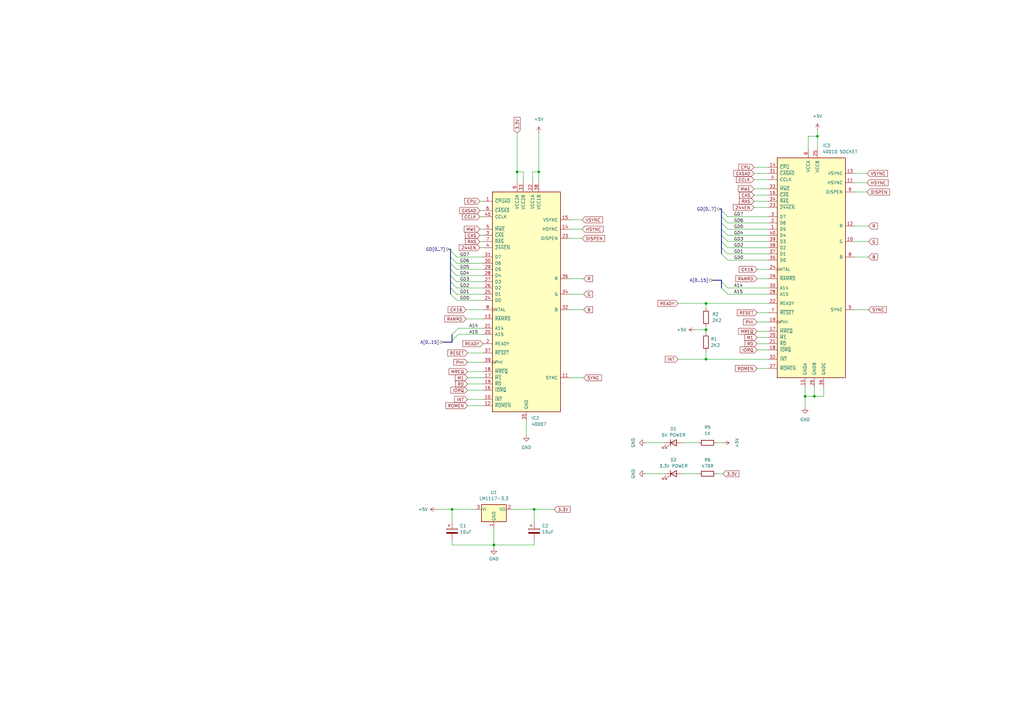
<source format=kicad_sch>
(kicad_sch (version 20211123) (generator eeschema)
  (paper "A3")
  (lib_symbols
    (symbol "Amstrad:40007" (pin_names (offset 1.016))
      (property "Reference" "U" (at -13.97 46.99 0))
      (property "Value" "40007" (at 7.62 46.99 0))
      (symbol "40007_0_1"
        (rectangle (start -13.97 45.72) (end 13.97 -44.45) (stroke (width 0.254)) (fill (type background)))
      )
      (symbol "40007_1_1"
        (pin output line (at -17.78 41.91 0) (length 3.81) (name "~{CPUAD}") (number "1"))
        (pin output line (at -17.78 -39.37 0) (length 3.81) (name "~{INT}") (number "10"))
        (pin output line (at 17.78 -30.48 180) (length 3.81) (name "SYNC") (number "11"))
        (pin output line (at -17.78 -41.91 0) (length 3.81) (name "~{ROMEN}") (number "12"))
        (pin output line (at -17.78 -6.35 0) (length 3.81) (name "~{RAMRD}") (number "13"))
        (pin output line (at 17.78 30.48 180) (length 3.81) (name "HSYNC") (number "14"))
        (pin output line (at 17.78 34.29 180) (length 3.81) (name "VSYNC") (number "15"))
        (pin input line (at -17.78 -35.56 0) (length 3.81) (name "~{IORQ}") (number "16"))
        (pin input line (at -17.78 -30.48 0) (length 3.81) (name "~{M1}") (number "17"))
        (pin input line (at -17.78 -27.94 0) (length 3.81) (name "~{MREQ}") (number "18"))
        (pin input line (at -17.78 -33.02 0) (length 3.81) (name "~{RD}") (number "19"))
        (pin output line (at -17.78 -16.51 0) (length 3.81) (name "READY") (number "2"))
        (pin input line (at -17.78 -12.7 0) (length 3.81) (name "A15") (number "20"))
        (pin input line (at -17.78 -10.16 0) (length 3.81) (name "A14") (number "21"))
        (pin power_in line (at 2.54 49.53 270) (length 3.81) (name "VCC1A") (number "22"))
        (pin output line (at 17.78 26.67 180) (length 3.81) (name "DISPEN") (number "23"))
        (pin bidirectional line (at -17.78 1.27 0) (length 3.81) (name "D0") (number "24"))
        (pin bidirectional line (at -17.78 3.81 0) (length 3.81) (name "D1") (number "25"))
        (pin bidirectional line (at -17.78 6.35 0) (length 3.81) (name "D2") (number "26"))
        (pin bidirectional line (at -17.78 8.89 0) (length 3.81) (name "D3") (number "27"))
        (pin bidirectional line (at -17.78 11.43 0) (length 3.81) (name "D4") (number "28"))
        (pin bidirectional line (at -17.78 13.97 0) (length 3.81) (name "D5") (number "29"))
        (pin output line (at -17.78 27.94 0) (length 3.81) (name "~{CAS}") (number "3"))
        (pin bidirectional line (at -17.78 16.51 0) (length 3.81) (name "D6") (number "30"))
        (pin bidirectional line (at -17.78 19.05 0) (length 3.81) (name "D7") (number "31"))
        (pin output line (at 17.78 -2.54 180) (length 3.81) (name "B") (number "32"))
        (pin power_in line (at -1.27 49.53 270) (length 3.81) (name "VCC2B") (number "33"))
        (pin output line (at 17.78 3.81 180) (length 3.81) (name "G") (number "34"))
        (pin power_in line (at 0 -48.26 90) (length 3.81) (name "GND") (number "35"))
        (pin output line (at 17.78 10.16 180) (length 3.81) (name "R") (number "36"))
        (pin input line (at -17.78 -20.32 0) (length 3.81) (name "~{RESET}") (number "37"))
        (pin power_in line (at 5.08 49.53 270) (length 3.81) (name "VCC1B") (number "38"))
        (pin output clock (at -17.78 -24.13 0) (length 3.81) (name "PHI") (number "39"))
        (pin output line (at -17.78 22.86 0) (length 3.81) (name "~{244EN}") (number "4"))
        (pin output line (at -17.78 35.56 0) (length 3.81) (name "CCLK") (number "40"))
        (pin output line (at -17.78 30.48 0) (length 3.81) (name "~{MWE}") (number "5"))
        (pin output line (at -17.78 38.1 0) (length 3.81) (name "~{CASAD}") (number "6"))
        (pin output line (at -17.78 25.4 0) (length 3.81) (name "~{RAS}") (number "7"))
        (pin input clock (at -17.78 -2.54 0) (length 3.81) (name "XTAL") (number "8"))
        (pin power_in line (at -3.81 49.53 270) (length 3.81) (name "VCC2A") (number "9"))
      )
    )
    (symbol "Amstrad:40010" (pin_names (offset 1.016))
      (property "Reference" "U" (at -13.97 46.99 0))
      (property "Value" "40010" (at 7.62 46.99 0))
      (symbol "40010_0_1"
        (rectangle (start -13.97 45.72) (end 13.97 -44.45) (stroke (width 0.254)) (fill (type background)))
      )
      (symbol "40010_1_1"
        (pin bidirectional line (at -17.78 16.51 0) (length 3.81) (name "D5") (number "1"))
        (pin output line (at 17.78 11.43 180) (length 3.81) (name "G") (number "10"))
        (pin output line (at 17.78 35.56 180) (length 3.81) (name "HSYNC") (number "11"))
        (pin output line (at 17.78 17.78 180) (length 3.81) (name "R") (number "12"))
        (pin output line (at 17.78 39.37 180) (length 3.81) (name "VSYNC") (number "13"))
        (pin output line (at -17.78 41.91 0) (length 3.81) (name "~{CPU}") (number "14"))
        (pin power_in line (at -2.54 -48.26 90) (length 3.81) (name "GNDA") (number "15"))
        (pin output line (at -17.78 30.48 0) (length 3.81) (name "~{CAS}") (number "16"))
        (pin input line (at -17.78 -25.4 0) (length 3.81) (name "~{MREQ}") (number "17"))
        (pin input line (at -17.78 -33.02 0) (length 3.81) (name "~{IORQ}") (number "18"))
        (pin output clock (at -17.78 -21.59 0) (length 3.81) (name "PHI") (number "19"))
        (pin bidirectional line (at -17.78 19.05 0) (length 3.81) (name "D6") (number "2"))
        (pin input line (at -17.78 -27.94 0) (length 3.81) (name "~{M1}") (number "20"))
        (pin input line (at -17.78 -30.48 0) (length 3.81) (name "~{RD}") (number "21"))
        (pin output line (at -17.78 -13.97 0) (length 3.81) (name "READY") (number "22"))
        (pin output line (at -17.78 25.4 0) (length 3.81) (name "~{244EN}") (number "23"))
        (pin input clock (at -17.78 0 0) (length 3.81) (name "XTAL") (number "24"))
        (pin power_in line (at 2.54 49.53 270) (length 3.81) (name "VCCB") (number "25"))
        (pin power_in line (at 1.27 -48.26 90) (length 3.81) (name "GNDB") (number "26"))
        (pin output line (at -17.78 -40.64 0) (length 3.81) (name "~{ROMEN}") (number "27"))
        (pin input line (at -17.78 -10.16 0) (length 3.81) (name "A15") (number "28"))
        (pin output line (at -17.78 -3.81 0) (length 3.81) (name "~{RAMRD}") (number "29"))
        (pin bidirectional line (at -17.78 21.59 0) (length 3.81) (name "D7") (number "3"))
        (pin input line (at -17.78 -7.62 0) (length 3.81) (name "A14") (number "30"))
        (pin output line (at -17.78 39.37 0) (length 3.81) (name "~{CASAD}") (number "31"))
        (pin output line (at -17.78 -36.83 0) (length 3.81) (name "~{INT}") (number "32"))
        (pin output line (at -17.78 33.02 0) (length 3.81) (name "~{MWE}") (number "33"))
        (pin output line (at -17.78 27.94 0) (length 3.81) (name "~{RAS}") (number "34"))
        (pin bidirectional line (at -17.78 3.81 0) (length 3.81) (name "D0") (number "35"))
        (pin power_in line (at 5.08 -48.26 90) (length 3.81) (name "GNDC") (number "36"))
        (pin bidirectional line (at -17.78 6.35 0) (length 3.81) (name "D1") (number "37"))
        (pin bidirectional line (at -17.78 8.89 0) (length 3.81) (name "D2") (number "38"))
        (pin bidirectional line (at -17.78 11.43 0) (length 3.81) (name "D3") (number "39"))
        (pin output line (at -17.78 36.83 0) (length 3.81) (name "CCLK") (number "4"))
        (pin bidirectional line (at -17.78 13.97 0) (length 3.81) (name "D4") (number "40"))
        (pin output line (at 17.78 -16.51 180) (length 3.81) (name "SYNC") (number "5"))
        (pin power_in line (at -1.27 49.53 270) (length 3.81) (name "VCCA") (number "6"))
        (pin input line (at -17.78 -17.78 0) (length 3.81) (name "~{RESET}") (number "7"))
        (pin output line (at 17.78 5.08 180) (length 3.81) (name "B") (number "8"))
        (pin output line (at 17.78 31.75 180) (length 3.81) (name "DISPEN") (number "9"))
      )
    )
    (symbol "Device:C_Polarized" (pin_numbers hide) (pin_names (offset 0.254))
      (property "Reference" "C" (at 0.635 2.54 0))
      (property "Value" "C_Polarized" (at 0.635 -2.54 0))
      (symbol "C_Polarized_0_1"
        (rectangle (start -2.286 0.508) (end 2.286 1.016))
        (polyline (pts (xy -1.778 2.286) (xy -0.762 2.286)))
        (polyline (pts (xy -1.27 2.794) (xy -1.27 1.778)))
        (rectangle (start 2.286 -0.508) (end -2.286 -1.016) (fill (type outline)))
      )
      (symbol "C_Polarized_1_1"
        (pin passive line (at 0 3.81 270) (length 2.794) (name "~") (number "1"))
        (pin passive line (at 0 -3.81 90) (length 2.794) (name "~") (number "2"))
      )
    )
    (symbol "Device:LED" (pin_numbers hide) (pin_names (offset 1.016) hide)
      (property "Reference" "D" (at 0 2.54 0))
      (property "Value" "LED" (at 0 -2.54 0))
      (symbol "LED_0_1"
        (polyline (pts (xy -1.27 -1.27) (xy -1.27 1.27)) (stroke (width 0.254)))
        (polyline (pts (xy -1.27 0) (xy 1.27 0)))
        (polyline (pts (xy 1.27 -1.27) (xy 1.27 1.27) (xy -1.27 0) (xy 1.27 -1.27)) (stroke (width 0.254)))
        (polyline (pts (xy -3.048 -0.762) (xy -4.572 -2.286) (xy -3.81 -2.286) (xy -4.572 -2.286) (xy -4.572 -1.524)))
        (polyline (pts (xy -1.778 -0.762) (xy -3.302 -2.286) (xy -2.54 -2.286) (xy -3.302 -2.286) (xy -3.302 -1.524)))
      )
      (symbol "LED_1_1"
        (pin passive line (at -3.81 0 0) (length 2.54) (name "K") (number "1"))
        (pin passive line (at 3.81 0 180) (length 2.54) (name "A") (number "2"))
      )
    )
    (symbol "Device:R" (pin_numbers hide) (pin_names (offset 0))
      (property "Reference" "R" (at 2.032 0 90))
      (property "Value" "R" (at 0 0 90))
      (symbol "R_0_1"
        (rectangle (start -1.016 -2.54) (end 1.016 2.54) (stroke (width 0.254)))
      )
      (symbol "R_1_1"
        (pin passive line (at 0 3.81 270) (length 1.27) (name "~") (number "1"))
        (pin passive line (at 0 -3.81 90) (length 1.27) (name "~") (number "2"))
      )
    )
    (symbol "Regulator_Linear:LM1117-3.3" (pin_names (offset 0.254))
      (property "Reference" "U" (at -3.81 3.175 0))
      (property "Value" "LM1117-3.3" (at 0 3.175 0))
      (symbol "LM1117-3.3_0_1"
        (rectangle (start -5.08 -5.08) (end 5.08 1.905) (stroke (width 0.254)) (fill (type background)))
      )
      (symbol "LM1117-3.3_1_1"
        (pin power_in line (at 0 -7.62 90) (length 2.54) (name "GND") (number "1"))
        (pin power_out line (at 7.62 0 180) (length 2.54) (name "VO") (number "2"))
        (pin power_in line (at -7.62 0 0) (length 2.54) (name "VI") (number "3"))
      )
    )
    (symbol "power:+5V" (power) (pin_names (offset 0))
      (property "Value" "+5V" (at 0 3.556 0))
      (symbol "+5V_0_1"
        (polyline (pts (xy -0.762 1.27) (xy 0 2.54)))
        (polyline (pts (xy 0 0) (xy 0 2.54)))
        (polyline (pts (xy 0 2.54) (xy 0.762 1.27)))
      )
      (symbol "+5V_1_1"
        (pin power_in line (at 0 0 90) (length 0) hide (name "+5V") (number "1"))
      )
    )
    (symbol "power:GND" (power) (pin_names (offset 0))
      (property "Value" "GND" (at 0 -3.81 0))
      (symbol "GND_0_1"
        (polyline (pts (xy 0 0) (xy 0 -1.27) (xy 1.27 -1.27) (xy 0 -2.54) (xy -1.27 -1.27) (xy 0 -1.27)))
      )
      (symbol "GND_1_1"
        (pin power_in line (at 0 0 270) (length 0) hide (name "GND") (number "1"))
      )
    )
  )
  (junction (at 334.01 162.56))
  (junction (at 219.075 208.915))
  (junction (at 289.56 124.46))
  (junction (at 335.28 55.88))
  (junction (at 289.56 135.255))
  (junction (at 330.2 162.56))
  (junction (at 202.565 223.52))
  (junction (at 220.98 70.485))
  (junction (at 185.42 208.915))
  (junction (at 289.56 147.32))
  (junction (at 212.09 70.485))
  (bus_entry (at 187.325 120.65) (size -2.54 -2.54))
  (bus_entry (at 187.325 105.41) (size -2.54 -2.54))
  (bus_entry (at 295.91 115.57) (size 2.54 2.54))
  (bus_entry (at 298.45 99.06) (size -2.54 -2.54))
  (bus_entry (at 298.45 91.44) (size -2.54 -2.54))
  (bus_entry (at 187.325 110.49) (size -2.54 -2.54))
  (bus_entry (at 298.45 88.9) (size -2.54 -2.54))
  (bus_entry (at 187.325 113.03) (size -2.54 -2.54))
  (bus_entry (at 298.45 106.68) (size -2.54 -2.54))
  (bus_entry (at 185.42 137.16) (size 2.54 -2.54))
  (bus_entry (at 298.45 101.6) (size -2.54 -2.54))
  (bus_entry (at 187.325 123.19) (size -2.54 -2.54))
  (bus_entry (at 187.325 107.95) (size -2.54 -2.54))
  (bus_entry (at 187.325 118.11) (size -2.54 -2.54))
  (bus_entry (at 298.45 104.14) (size -2.54 -2.54))
  (bus_entry (at 298.45 96.52) (size -2.54 -2.54))
  (bus_entry (at 295.91 118.11) (size 2.54 2.54))
  (bus_entry (at 185.42 139.7) (size 2.54 -2.54))
  (bus_entry (at 187.325 115.57) (size -2.54 -2.54))
  (bus_entry (at 298.45 93.98) (size -2.54 -2.54))
  (wire (pts (xy 310.515 143.51) (xy 314.96 143.51)))
  (wire (pts (xy 309.245 77.47) (xy 314.96 77.47)))
  (wire (pts (xy 350.52 105.41) (xy 356.235 105.41)))
  (wire (pts (xy 350.52 92.71) (xy 356.235 92.71)))
  (bus (pts (xy 184.785 113.03) (xy 184.785 115.57)))
  (wire (pts (xy 335.28 55.88) (xy 335.28 60.96)))
  (wire (pts (xy 298.45 104.14) (xy 314.96 104.14)))
  (wire (pts (xy 298.45 101.6) (xy 314.96 101.6)))
  (bus (pts (xy 295.91 114.935) (xy 295.91 115.57)))
  (wire (pts (xy 202.565 216.535) (xy 202.565 223.52)))
  (wire (pts (xy 191.77 154.94) (xy 198.12 154.94)))
  (bus (pts (xy 295.91 101.6) (xy 295.91 104.14)))
  (wire (pts (xy 337.82 162.56) (xy 334.01 162.56)))
  (wire (pts (xy 218.44 70.485) (xy 220.98 70.485)))
  (wire (pts (xy 331.47 55.88) (xy 335.28 55.88)))
  (wire (pts (xy 264.795 194.31) (xy 272.415 194.31)))
  (wire (pts (xy 220.98 54.61) (xy 220.98 70.485)))
  (bus (pts (xy 295.91 115.57) (xy 295.91 118.11)))
  (bus (pts (xy 295.91 85.725) (xy 295.91 86.36)))
  (wire (pts (xy 185.42 221.615) (xy 185.42 223.52)))
  (wire (pts (xy 310.515 114.3) (xy 314.96 114.3)))
  (wire (pts (xy 285.115 135.255) (xy 289.56 135.255)))
  (wire (pts (xy 309.245 73.66) (xy 314.96 73.66)))
  (wire (pts (xy 187.325 118.11) (xy 198.12 118.11)))
  (wire (pts (xy 350.52 99.06) (xy 356.235 99.06)))
  (wire (pts (xy 337.82 158.75) (xy 337.82 162.56)))
  (wire (pts (xy 309.245 68.58) (xy 314.96 68.58)))
  (wire (pts (xy 196.85 82.55) (xy 198.12 82.55)))
  (wire (pts (xy 187.325 115.57) (xy 198.12 115.57)))
  (wire (pts (xy 298.45 106.68) (xy 314.96 106.68)))
  (wire (pts (xy 191.77 160.02) (xy 198.12 160.02)))
  (wire (pts (xy 187.96 137.16) (xy 198.12 137.16)))
  (wire (pts (xy 310.515 135.89) (xy 314.96 135.89)))
  (wire (pts (xy 187.325 123.19) (xy 198.12 123.19)))
  (wire (pts (xy 185.42 208.915) (xy 194.945 208.915)))
  (wire (pts (xy 185.42 223.52) (xy 202.565 223.52)))
  (wire (pts (xy 330.2 158.75) (xy 330.2 162.56)))
  (bus (pts (xy 185.42 137.16) (xy 185.42 139.7)))
  (bus (pts (xy 295.91 88.9) (xy 295.91 91.44)))
  (wire (pts (xy 310.515 110.49) (xy 314.96 110.49)))
  (wire (pts (xy 335.28 53.34) (xy 335.28 55.88)))
  (wire (pts (xy 233.68 120.65) (xy 239.395 120.65)))
  (wire (pts (xy 350.52 74.93) (xy 355.6 74.93)))
  (wire (pts (xy 191.77 152.4) (xy 198.12 152.4)))
  (wire (pts (xy 296.545 181.61) (xy 294.005 181.61)))
  (wire (pts (xy 330.2 162.56) (xy 330.2 167.005)))
  (wire (pts (xy 233.68 93.98) (xy 238.76 93.98)))
  (wire (pts (xy 280.035 181.61) (xy 286.385 181.61)))
  (wire (pts (xy 298.45 91.44) (xy 314.96 91.44)))
  (wire (pts (xy 309.245 80.01) (xy 314.96 80.01)))
  (wire (pts (xy 310.515 132.08) (xy 314.96 132.08)))
  (wire (pts (xy 191.77 148.59) (xy 198.12 148.59)))
  (wire (pts (xy 187.325 110.49) (xy 198.12 110.49)))
  (wire (pts (xy 233.68 114.3) (xy 239.395 114.3)))
  (wire (pts (xy 298.45 118.11) (xy 314.96 118.11)))
  (bus (pts (xy 184.785 118.11) (xy 184.785 120.65)))
  (wire (pts (xy 280.035 194.31) (xy 286.385 194.31)))
  (wire (pts (xy 212.09 54.61) (xy 212.09 70.485)))
  (wire (pts (xy 233.68 154.94) (xy 239.395 154.94)))
  (wire (pts (xy 214.63 74.93) (xy 214.63 70.485)))
  (wire (pts (xy 350.52 127) (xy 356.235 127)))
  (bus (pts (xy 295.91 96.52) (xy 295.91 99.06)))
  (wire (pts (xy 196.85 86.36) (xy 198.12 86.36)))
  (bus (pts (xy 295.91 86.36) (xy 295.91 88.9)))
  (wire (pts (xy 298.45 93.98) (xy 314.96 93.98)))
  (wire (pts (xy 185.42 208.915) (xy 185.42 213.995)))
  (wire (pts (xy 218.44 74.93) (xy 218.44 70.485)))
  (wire (pts (xy 233.68 90.17) (xy 238.76 90.17)))
  (bus (pts (xy 185.42 139.7) (xy 185.42 140.335)))
  (bus (pts (xy 184.785 105.41) (xy 184.785 107.95)))
  (bus (pts (xy 184.785 110.49) (xy 184.785 113.03)))
  (wire (pts (xy 191.77 166.37) (xy 198.12 166.37)))
  (wire (pts (xy 294.005 194.31) (xy 296.545 194.31)))
  (wire (pts (xy 309.245 85.09) (xy 314.96 85.09)))
  (wire (pts (xy 191.135 127) (xy 198.12 127)))
  (wire (pts (xy 298.45 99.06) (xy 314.96 99.06)))
  (wire (pts (xy 289.56 124.46) (xy 314.96 124.46)))
  (wire (pts (xy 289.56 124.46) (xy 289.56 126.365)))
  (bus (pts (xy 295.275 85.725) (xy 295.91 85.725)))
  (wire (pts (xy 289.56 147.32) (xy 314.96 147.32)))
  (wire (pts (xy 309.245 82.55) (xy 314.96 82.55)))
  (wire (pts (xy 196.85 96.52) (xy 198.12 96.52)))
  (wire (pts (xy 220.98 70.485) (xy 220.98 74.93)))
  (wire (pts (xy 179.07 208.915) (xy 185.42 208.915)))
  (wire (pts (xy 278.13 147.32) (xy 289.56 147.32)))
  (wire (pts (xy 196.85 88.9) (xy 198.12 88.9)))
  (bus (pts (xy 295.91 93.98) (xy 295.91 96.52)))
  (wire (pts (xy 187.325 105.41) (xy 198.12 105.41)))
  (wire (pts (xy 214.63 70.485) (xy 212.09 70.485)))
  (bus (pts (xy 295.91 99.06) (xy 295.91 101.6)))
  (wire (pts (xy 187.325 120.65) (xy 198.12 120.65)))
  (wire (pts (xy 298.45 88.9) (xy 314.96 88.9)))
  (wire (pts (xy 187.96 134.62) (xy 198.12 134.62)))
  (wire (pts (xy 196.85 101.6) (xy 198.12 101.6)))
  (wire (pts (xy 219.075 223.52) (xy 202.565 223.52)))
  (bus (pts (xy 184.785 102.87) (xy 184.785 105.41)))
  (wire (pts (xy 334.01 158.75) (xy 334.01 162.56)))
  (bus (pts (xy 184.15 102.235) (xy 184.785 102.235)))
  (wire (pts (xy 310.515 138.43) (xy 314.96 138.43)))
  (wire (pts (xy 210.185 208.915) (xy 219.075 208.915)))
  (wire (pts (xy 298.45 96.52) (xy 314.96 96.52)))
  (wire (pts (xy 233.68 127) (xy 239.395 127)))
  (wire (pts (xy 233.68 97.79) (xy 238.76 97.79)))
  (wire (pts (xy 289.56 135.255) (xy 289.56 136.525)))
  (wire (pts (xy 350.52 78.74) (xy 355.6 78.74)))
  (wire (pts (xy 298.45 120.65) (xy 314.96 120.65)))
  (bus (pts (xy 181.61 140.335) (xy 185.42 140.335)))
  (wire (pts (xy 309.245 71.12) (xy 314.96 71.12)))
  (wire (pts (xy 289.56 133.985) (xy 289.56 135.255)))
  (bus (pts (xy 184.785 115.57) (xy 184.785 118.11)))
  (wire (pts (xy 310.515 140.97) (xy 314.96 140.97)))
  (bus (pts (xy 184.785 107.95) (xy 184.785 110.49)))
  (wire (pts (xy 219.075 221.615) (xy 219.075 223.52)))
  (wire (pts (xy 187.325 113.03) (xy 198.12 113.03)))
  (wire (pts (xy 191.135 130.81) (xy 198.12 130.81)))
  (bus (pts (xy 184.785 102.235) (xy 184.785 102.87)))
  (wire (pts (xy 310.515 128.27) (xy 314.96 128.27)))
  (wire (pts (xy 191.77 163.83) (xy 198.12 163.83)))
  (wire (pts (xy 331.47 60.96) (xy 331.47 55.88)))
  (wire (pts (xy 310.515 151.13) (xy 314.96 151.13)))
  (wire (pts (xy 215.9 172.72) (xy 215.9 178.435)))
  (wire (pts (xy 212.09 70.485) (xy 212.09 74.93)))
  (wire (pts (xy 278.13 124.46) (xy 289.56 124.46)))
  (bus (pts (xy 292.1 114.935) (xy 295.91 114.935)))
  (wire (pts (xy 289.56 144.145) (xy 289.56 147.32)))
  (wire (pts (xy 350.52 71.12) (xy 355.6 71.12)))
  (wire (pts (xy 187.325 107.95) (xy 198.12 107.95)))
  (wire (pts (xy 202.565 223.52) (xy 202.565 224.79)))
  (wire (pts (xy 219.075 208.915) (xy 219.075 213.995)))
  (wire (pts (xy 191.77 144.78) (xy 198.12 144.78)))
  (wire (pts (xy 264.795 181.61) (xy 272.415 181.61)))
  (wire (pts (xy 196.85 99.06) (xy 198.12 99.06)))
  (wire (pts (xy 191.77 157.48) (xy 198.12 157.48)))
  (wire (pts (xy 219.075 208.915) (xy 227.33 208.915)))
  (wire (pts (xy 334.01 162.56) (xy 330.2 162.56)))
  (bus (pts (xy 295.91 91.44) (xy 295.91 93.98)))
  (wire (pts (xy 196.85 93.98) (xy 198.12 93.98)))
  (label "GD0" (at 300.99 106.68 0))
  (label "GD3" (at 188.595 115.57 0))
  (label "A14" (at 300.99 118.11 0))
  (label "GD1" (at 300.99 104.14 0))
  (label "GD0" (at 188.595 123.19 0))
  (label "A15" (at 192.405 137.16 0))
  (label "GD1" (at 188.595 120.65 0))
  (label "GD6" (at 300.99 91.44 0))
  (label "GD7" (at 188.595 105.41 0))
  (label "A14" (at 192.405 134.62 0))
  (label "GD5" (at 300.99 93.98 0))
  (label "GD4" (at 300.99 96.52 0))
  (label "GD5" (at 188.595 110.49 0))
  (label "GD2" (at 300.99 101.6 0))
  (label "GD3" (at 300.99 99.06 0))
  (label "GD7" (at 300.99 88.9 0))
  (label "A15" (at 300.99 120.65 0))
  (label "GD4" (at 188.595 113.03 0))
  (label "GD2" (at 188.595 118.11 0))
  (label "GD6" (at 188.595 107.95 0))
  (global_label "IORQ" (shape input) (at 191.77 160.02 180) (property "Intersheet References" "${INTERSHEET_REFS}" (effects hide)))
  (global_label "PHI" (shape input) (at 310.515 132.08 180) (property "Intersheet References" "${INTERSHEET_REFS}" (effects hide)))
  (global_label "MWE" (shape input) (at 196.85 93.98 180) (property "Intersheet References" "${INTERSHEET_REFS}" (effects hide)))
  (global_label "G" (shape input) (at 356.235 99.06 0) (property "Intersheet References" "${INTERSHEET_REFS}" (effects hide)))
  (global_label "R" (shape input) (at 356.235 92.71 0) (property "Intersheet References" "${INTERSHEET_REFS}" (effects hide)))
  (global_label "SYNC" (shape input) (at 356.235 127 0) (property "Intersheet References" "${INTERSHEET_REFS}" (effects hide)))
  (global_label "RD" (shape input) (at 191.77 157.48 180) (property "Intersheet References" "${INTERSHEET_REFS}" (effects hide)))
  (global_label "VSYNC" (shape input) (at 238.76 90.17 0) (property "Intersheet References" "${INTERSHEET_REFS}" (effects hide)))
  (global_label "CK16" (shape input) (at 310.515 110.49 180) (property "Intersheet References" "${INTERSHEET_REFS}" (effects hide)))
  (global_label "DISPEN" (shape input) (at 238.76 97.79 0) (property "Intersheet References" "${INTERSHEET_REFS}" (effects hide)))
  (global_label "IORQ" (shape input) (at 310.515 143.51 180) (property "Intersheet References" "${INTERSHEET_REFS}" (effects hide)))
  (global_label "CASAD" (shape input) (at 196.85 86.36 180) (property "Intersheet References" "${INTERSHEET_REFS}" (effects hide)))
  (global_label "RESET" (shape input) (at 310.515 128.27 180) (property "Intersheet References" "${INTERSHEET_REFS}" (effects hide)))
  (global_label "ROMEN" (shape input) (at 310.515 151.13 180) (property "Intersheet References" "${INTERSHEET_REFS}" (effects hide)))
  (global_label "R" (shape input) (at 239.395 114.3 0) (property "Intersheet References" "${INTERSHEET_REFS}" (effects hide)))
  (global_label "RAS" (shape input) (at 196.85 99.06 180) (property "Intersheet References" "${INTERSHEET_REFS}" (effects hide)))
  (global_label "CK16" (shape input) (at 191.135 127 180) (property "Intersheet References" "${INTERSHEET_REFS}" (effects hide)))
  (global_label "CPU" (shape input) (at 309.245 68.58 180) (property "Intersheet References" "${INTERSHEET_REFS}" (effects hide)))
  (global_label "MREQ" (shape input) (at 191.77 152.4 180) (property "Intersheet References" "${INTERSHEET_REFS}" (effects hide)))
  (global_label "ROMEN" (shape input) (at 191.77 166.37 180) (property "Intersheet References" "${INTERSHEET_REFS}" (effects hide)))
  (global_label "VSYNC" (shape input) (at 355.6 71.12 0) (property "Intersheet References" "${INTERSHEET_REFS}" (effects hide)))
  (global_label "3.3V" (shape input) (at 296.545 194.31 0) (property "Intersheet References" "${INTERSHEET_REFS}" (effects hide)))
  (global_label "RAMRD" (shape input) (at 191.135 130.81 180) (property "Intersheet References" "${INTERSHEET_REFS}" (effects hide)))
  (global_label "RD" (shape input) (at 310.515 140.97 180) (property "Intersheet References" "${INTERSHEET_REFS}" (effects hide)))
  (global_label "244EN" (shape input) (at 309.245 85.09 180) (property "Intersheet References" "${INTERSHEET_REFS}" (effects hide)))
  (global_label "MWE" (shape input) (at 309.245 77.47 180) (property "Intersheet References" "${INTERSHEET_REFS}" (effects hide)))
  (global_label "244EN" (shape input) (at 196.85 101.6 180) (property "Intersheet References" "${INTERSHEET_REFS}" (effects hide)))
  (global_label "G" (shape input) (at 239.395 120.65 0) (property "Intersheet References" "${INTERSHEET_REFS}" (effects hide)))
  (global_label "M1" (shape input) (at 191.77 154.94 180) (property "Intersheet References" "${INTERSHEET_REFS}" (effects hide)))
  (global_label "CAS" (shape input) (at 309.245 80.01 180) (property "Intersheet References" "${INTERSHEET_REFS}" (effects hide)))
  (global_label "HSYNC" (shape input) (at 238.76 93.98 0) (property "Intersheet References" "${INTERSHEET_REFS}" (effects hide)))
  (global_label "CAS" (shape input) (at 196.85 96.52 180) (property "Intersheet References" "${INTERSHEET_REFS}" (effects hide)))
  (global_label "CASAD" (shape input) (at 309.245 71.12 180) (property "Intersheet References" "${INTERSHEET_REFS}" (effects hide)))
  (global_label "CCLK" (shape input) (at 309.245 73.66 180) (property "Intersheet References" "${INTERSHEET_REFS}" (effects hide)))
  (global_label "PHI" (shape input) (at 191.77 148.59 180) (property "Intersheet References" "${INTERSHEET_REFS}" (effects hide)))
  (global_label "B" (shape input) (at 356.235 105.41 0) (property "Intersheet References" "${INTERSHEET_REFS}" (effects hide)))
  (global_label "DISPEN" (shape input) (at 355.6 78.74 0) (property "Intersheet References" "${INTERSHEET_REFS}" (effects hide)))
  (global_label "MREQ" (shape input) (at 310.515 135.89 180) (property "Intersheet References" "${INTERSHEET_REFS}" (effects hide)))
  (global_label "HSYNC" (shape input) (at 355.6 74.93 0) (property "Intersheet References" "${INTERSHEET_REFS}" (effects hide)))
  (global_label "M1" (shape input) (at 310.515 138.43 180) (property "Intersheet References" "${INTERSHEET_REFS}" (effects hide)))
  (global_label "SYNC" (shape input) (at 239.395 154.94 0) (property "Intersheet References" "${INTERSHEET_REFS}" (effects hide)))
  (global_label "READY" (shape input) (at 198.12 140.97 180) (property "Intersheet References" "${INTERSHEET_REFS}" (effects hide)))
  (global_label "3.3V" (shape input) (at 227.33 208.915 0) (property "Intersheet References" "${INTERSHEET_REFS}" (effects hide)))
  (global_label "CCLK" (shape input) (at 196.85 88.9 180) (property "Intersheet References" "${INTERSHEET_REFS}" (effects hide)))
  (global_label "CPU" (shape input) (at 196.85 82.55 180) (property "Intersheet References" "${INTERSHEET_REFS}" (effects hide)))
  (global_label "INT" (shape input) (at 191.77 163.83 180) (property "Intersheet References" "${INTERSHEET_REFS}" (effects hide)))
  (global_label "READY" (shape input) (at 278.13 124.46 180) (property "Intersheet References" "${INTERSHEET_REFS}" (effects hide)))
  (global_label "RAMRD" (shape input) (at 310.515 114.3 180) (property "Intersheet References" "${INTERSHEET_REFS}" (effects hide)))
  (global_label "3.3V" (shape input) (at 212.09 54.61 90) (property "Intersheet References" "${INTERSHEET_REFS}" (effects hide)))
  (global_label "RAS" (shape input) (at 309.245 82.55 180) (property "Intersheet References" "${INTERSHEET_REFS}" (effects hide)))
  (global_label "B" (shape input) (at 239.395 127 0) (property "Intersheet References" "${INTERSHEET_REFS}" (effects hide)))
  (global_label "RESET" (shape input) (at 191.77 144.78 180) (property "Intersheet References" "${INTERSHEET_REFS}" (effects hide)))
  (global_label "INT" (shape input) (at 278.13 147.32 180) (property "Intersheet References" "${INTERSHEET_REFS}" (effects hide)))
  (hierarchical_label "A[0..15]" (shape bidirectional) (at 181.61 140.335 180))
  (hierarchical_label "GD[0..7]" (shape bidirectional) (at 184.15 102.235 180))
  (hierarchical_label "A[0..15]" (shape bidirectional) (at 292.1 114.935 180))
  (hierarchical_label "GD[0..7]" (shape bidirectional) (at 295.275 85.725 180))
  (symbol (lib_id "Device:R") (at 290.195 194.31 90) (unit 1)
    (property "Reference" "R6" (at 290.195 188.595 90))
    (property "Value" "470R" (at 290.195 191.135 90))
    (property "Footprint" "Resistor_SMD:R_0805_2012Metric" (effects hide))
  )
  (symbol (lib_id "Device:C_Polarized") (at 185.42 217.805 0) (unit 1)
    (property "Reference" "C1" (at 188.595 215.6459 0) (effects (justify left)))
    (property "Value" "10uF" (at 188.595 218.1859 0) (effects (justify left)))
    (property "Footprint" "Capacitor_Tantalum_SMD:CP_EIA-3216-18_Kemet-A" (effects hide))
  )
  (symbol (lib_id "power:+5V") (at 179.07 208.915 90) (unit 1)
    (property "Reference" "#PWR0110" (effects hide))
    (property "Value" "+5V" (at 171.45 208.915 90) (effects (justify right)))
  )
  (symbol (lib_id "Amstrad:40007") (at 215.9 124.46 0) (unit 1)
    (property "Reference" "IC2" (at 217.9194 171.45 0) (effects (justify left)))
    (property "Value" "40007" (at 217.9194 173.99 0) (effects (justify left)))
    (property "Footprint" "Package_DIP:DIP-40_W15.24mm_Socket_LongPads" (effects hide))
  )
  (symbol (lib_id "power:+5V") (at 335.28 53.34 0) (unit 1)
    (property "Reference" "#PWR0107" (effects hide))
    (property "Value" "+5V" (at 335.28 47.625 0))
  )
  (symbol (lib_id "power:+5V") (at 220.98 54.61 0) (unit 1)
    (property "Reference" "#PWR0106" (effects hide))
    (property "Value" "+5V" (at 220.98 48.895 0))
  )
  (symbol (lib_id "Device:R") (at 289.56 130.175 0) (unit 1)
    (property "Reference" "R2" (at 292.1 128.9049 0) (effects (justify left)))
    (property "Value" "2K2" (at 292.1 131.4449 0) (effects (justify left)))
    (property "Footprint" "Resistor_SMD:R_0805_2012Metric" (effects hide))
  )
  (symbol (lib_id "Device:R") (at 289.56 140.335 180) (unit 1)
    (property "Reference" "R1" (at 291.465 139.0649 0) (effects (justify right)))
    (property "Value" "2K2" (at 291.465 141.6049 0) (effects (justify right)))
    (property "Footprint" "Resistor_SMD:R_0805_2012Metric" (effects hide))
  )
  (symbol (lib_id "power:GND") (at 264.795 194.31 270) (unit 1)
    (property "Reference" "#PWR0104" (effects hide))
    (property "Value" "GND" (at 259.715 194.31 0))
  )
  (symbol (lib_id "Regulator_Linear:LM1117-3.3") (at 202.565 208.915 0) (unit 1)
    (property "Reference" "U1" (at 202.565 201.93 0))
    (property "Value" "LM1117-3.3" (at 202.565 204.47 0))
    (property "Footprint" "Package_TO_SOT_SMD:SOT-223-3_TabPin2" (effects hide))
    (property "Datasheet" "http://www.ti.com/lit/ds/symlink/lm1117.pdf" (effects hide))
  )
  (symbol (lib_id "Device:LED") (at 276.225 194.31 0) (unit 1)
    (property "Reference" "D2" (at 276.225 188.595 0))
    (property "Value" "3.3V POWER" (at 276.225 191.135 0))
    (property "Footprint" "LED_SMD:LED_1206_3216Metric" (effects hide))
  )
  (symbol (lib_id "power:GND") (at 330.2 167.005 0) (unit 1)
    (property "Reference" "#PWR0105" (effects hide))
    (property "Value" "GND" (at 330.2 172.085 0))
  )
  (symbol (lib_id "power:GND") (at 215.9 178.435 0) (unit 1)
    (property "Reference" "#PWR0101" (effects hide))
    (property "Value" "GND" (at 215.9 183.515 0))
  )
  (symbol (lib_id "Device:R") (at 290.195 181.61 90) (unit 1)
    (property "Reference" "R5" (at 290.195 175.26 90))
    (property "Value" "1K" (at 290.195 177.8 90))
    (property "Footprint" "Resistor_SMD:R_0805_2012Metric" (effects hide))
  )
  (symbol (lib_id "power:GND") (at 264.795 181.61 270) (unit 1)
    (property "Reference" "#PWR0102" (effects hide))
    (property "Value" "GND" (at 259.715 181.61 0))
  )
  (symbol (lib_id "Device:LED") (at 276.225 181.61 0) (unit 1)
    (property "Reference" "D1" (at 276.225 175.895 0))
    (property "Value" "5V POWER" (at 276.225 178.435 0))
    (property "Footprint" "LED_SMD:LED_1206_3216Metric" (effects hide))
  )
  (symbol (lib_id "power:+5V") (at 285.115 135.255 90) (unit 1)
    (property "Reference" "#PWR0103" (effects hide))
    (property "Value" "+5V" (at 277.495 135.255 90) (effects (justify right)))
  )
  (symbol (lib_id "Amstrad:40010") (at 332.74 110.49 0) (unit 1)
    (property "Reference" "IC3" (at 337.2994 59.69 0) (effects (justify left)))
    (property "Value" "40010 SOCKET" (at 337.2994 62.23 0) (effects (justify left)))
    (property "Footprint" "AMSTRAD:40010_Plug" (effects hide))
  )
  (symbol (lib_id "Device:C_Polarized") (at 219.075 217.805 0) (unit 1)
    (property "Reference" "C2" (at 222.25 215.6459 0) (effects (justify left)))
    (property "Value" "10uF" (at 222.25 218.1859 0) (effects (justify left)))
    (property "Footprint" "Capacitor_Tantalum_SMD:CP_EIA-3216-18_Kemet-A" (effects hide))
  )
  (symbol (lib_id "power:+5V") (at 296.545 181.61 270) (unit 1)
    (property "Reference" "#PWR0108" (effects hide))
    (property "Value" "+5V" (at 302.26 181.61 0))
  )
  (symbol (lib_id "power:GND") (at 202.565 224.79 0) (unit 1)
    (property "Reference" "#PWR0109" (effects hide))
    (property "Value" "GND" (at 202.565 229.235 0))
  )
)
</source>
